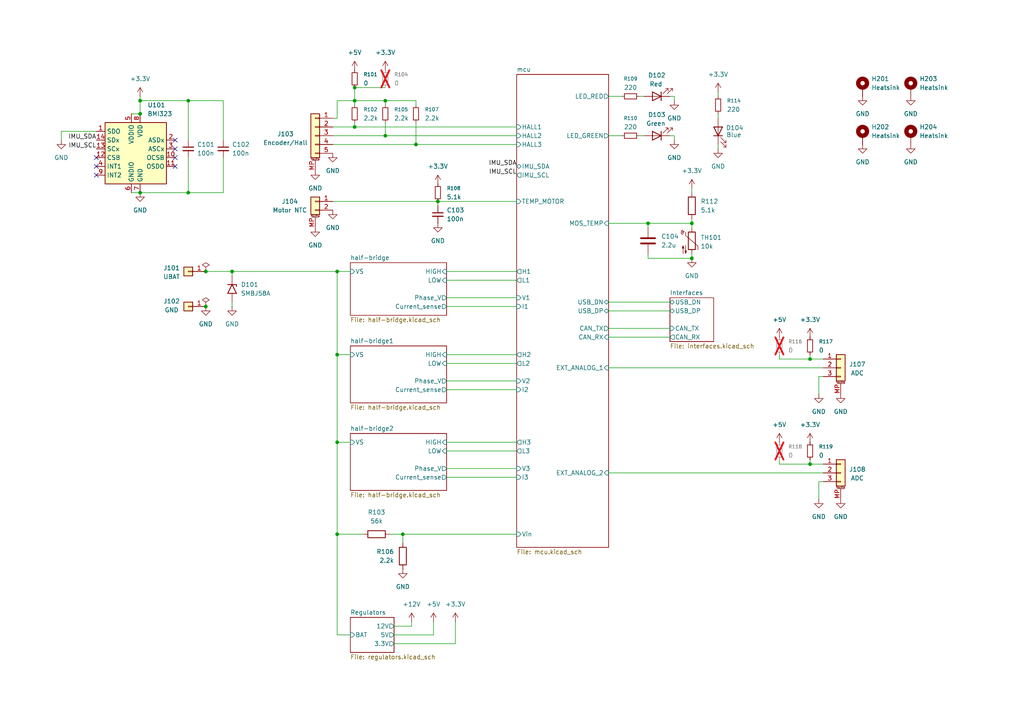
<source format=kicad_sch>
(kicad_sch (version 20250114) (generator "eeschema") (generator_version "9.0")
  (paper "A4")
  (title_block (title "GreenMobi Drive") (date "2025-09-09") (rev "1.0") (company "G-Pereira"))
  (lib_symbols
    (symbol "Connector_Generic:Conn_01x01" (pin_names (offset 1.016) (hide yes))
      (property "Reference" "J" (at 0 2.54 0))
      (property "Value" "Conn_01x01" (at 0 -2.54 0))
      (symbol "Conn_01x01_1_1"
        (rectangle (start -1.27 1.27) (end 1.27 -1.27) (stroke (width 0.254)) (fill (type background)))
        (rectangle (start -1.27 0.127) (end 0 -0.127) (stroke (width 0.1524)))
        (pin passive line (at -5.08 0 0) (length 3.81) (name "Pin_1") (number "1"))
      )
    )
    (symbol "Connector_Generic_MountingPin:Conn_01x02_MountingPin" (pin_names (offset 1.016) (hide yes))
      (property "Reference" "J" (at 0 2.54 0))
      (property "Value" "Conn_01x02_MountingPin" (at 1.27 -5.08 0))
      (symbol "Conn_01x02_MountingPin_1_1"
        (rectangle (start -1.27 1.27) (end 1.27 -3.81) (stroke (width 0.254)) (fill (type background)))
        (rectangle (start -1.27 0.127) (end 0 -0.127) (stroke (width 0.1524)))
        (rectangle (start -1.27 -2.413) (end 0 -2.667) (stroke (width 0.1524)))
        (polyline (pts (xy -1.016 -4.572) (xy 1.016 -4.572)) (stroke (width 0.1524)))
        (text "Mounting" (at 0 -4.191 0) (effects (font (size 0.381 0.381))))
        (pin passive line (at -5.08 0 0) (length 3.81) (name "Pin_1") (number "1"))
        (pin passive line (at -5.08 -2.54 0) (length 3.81) (name "Pin_2") (number "2"))
        (pin passive line (at 0 -7.62 90) (length 3.048) (name "MountPin") (number "MP"))
      )
    )
    (symbol "Connector_Generic_MountingPin:Conn_01x03_MountingPin" (pin_names (offset 1.016) (hide yes))
      (property "Reference" "J" (at 0 5.08 0))
      (property "Value" "Conn_01x03_MountingPin" (at 1.27 -5.08 0))
      (symbol "Conn_01x03_MountingPin_1_1"
        (rectangle (start -1.27 3.81) (end 1.27 -3.81) (stroke (width 0.254)) (fill (type background)))
        (rectangle (start -1.27 2.667) (end 0 2.413) (stroke (width 0.1524)))
        (rectangle (start -1.27 0.127) (end 0 -0.127) (stroke (width 0.1524)))
        (rectangle (start -1.27 -2.413) (end 0 -2.667) (stroke (width 0.1524)))
        (polyline (pts (xy -1.016 -4.572) (xy 1.016 -4.572)) (stroke (width 0.1524)))
        (text "Mounting" (at 0 -4.191 0) (effects (font (size 0.381 0.381))))
        (pin passive line (at -5.08 2.54 0) (length 3.81) (name "Pin_1") (number "1"))
        (pin passive line (at -5.08 0 0) (length 3.81) (name "Pin_2") (number "2"))
        (pin passive line (at -5.08 -2.54 0) (length 3.81) (name "Pin_3") (number "3"))
        (pin passive line (at 0 -7.62 90) (length 3.048) (name "MountPin") (number "MP"))
      )
    )
    (symbol "Connector_Generic_MountingPin:Conn_01x05_MountingPin" (pin_names (offset 1.016) (hide yes))
      (property "Reference" "J" (at 0 7.62 0))
      (property "Value" "Conn_01x05_MountingPin" (at 1.27 -7.62 0))
      (symbol "Conn_01x05_MountingPin_1_1"
        (rectangle (start -1.27 6.35) (end 1.27 -6.35) (stroke (width 0.254)) (fill (type background)))
        (rectangle (start -1.27 5.207) (end 0 4.953) (stroke (width 0.1524)))
        (rectangle (start -1.27 2.667) (end 0 2.413) (stroke (width 0.1524)))
        (rectangle (start -1.27 0.127) (end 0 -0.127) (stroke (width 0.1524)))
        (rectangle (start -1.27 -2.413) (end 0 -2.667) (stroke (width 0.1524)))
        (rectangle (start -1.27 -4.953) (end 0 -5.207) (stroke (width 0.1524)))
        (polyline (pts (xy -1.016 -7.112) (xy 1.016 -7.112)) (stroke (width 0.1524)))
        (text "Mounting" (at 0 -6.731 0) (effects (font (size 0.381 0.381))))
        (pin passive line (at -5.08 5.08 0) (length 3.81) (name "Pin_1") (number "1"))
        (pin passive line (at -5.08 2.54 0) (length 3.81) (name "Pin_2") (number "2"))
        (pin passive line (at -5.08 0 0) (length 3.81) (name "Pin_3") (number "3"))
        (pin passive line (at -5.08 -2.54 0) (length 3.81) (name "Pin_4") (number "4"))
        (pin passive line (at -5.08 -5.08 0) (length 3.81) (name "Pin_5") (number "5"))
        (pin passive line (at 0 -10.16 90) (length 3.048) (name "MountPin") (number "MP"))
      )
    )
    (symbol "Device:C" (pin_numbers (hide yes)) (pin_names (offset 0.254))
      (property "Reference" "C" (at 0.635 2.54 0))
      (property "Value" "C" (at 0.635 -2.54 0))
      (symbol "C_0_1"
        (polyline (pts (xy -2.032 0.762) (xy 2.032 0.762)) (stroke (width 0.508)))
        (polyline (pts (xy -2.032 -0.762) (xy 2.032 -0.762)) (stroke (width 0.508)))
      )
      (symbol "C_1_1"
        (pin passive line (at 0 3.81 270) (length 2.794) (name "~") (number "1"))
        (pin passive line (at 0 -3.81 90) (length 2.794) (name "~") (number "2"))
      )
    )
    (symbol "Device:C_Small" (pin_numbers (hide yes)) (pin_names (offset 0.254) (hide yes))
      (property "Reference" "C" (at 0.254 1.778 0))
      (property "Value" "C_Small" (at 0.254 -2.032 0))
      (symbol "C_Small_0_1"
        (polyline (pts (xy -1.524 0.508) (xy 1.524 0.508)) (stroke (width 0.3048)))
        (polyline (pts (xy -1.524 -0.508) (xy 1.524 -0.508)) (stroke (width 0.3302)))
      )
      (symbol "C_Small_1_1"
        (pin passive line (at 0 2.54 270) (length 2.032) (name "~") (number "1"))
        (pin passive line (at 0 -2.54 90) (length 2.032) (name "~") (number "2"))
      )
    )
    (symbol "Device:LED" (pin_numbers (hide yes)) (pin_names (offset 1.016) (hide yes))
      (property "Reference" "D" (at 0 2.54 0))
      (property "Value" "LED" (at 0 -2.54 0))
      (symbol "LED_0_1"
        (polyline (pts (xy -3.048 -0.762) (xy -4.572 -2.286) (xy -3.81 -2.286) (xy -4.572 -2.286) (xy -4.572 -1.524)))
        (polyline (pts (xy -1.778 -0.762) (xy -3.302 -2.286) (xy -2.54 -2.286) (xy -3.302 -2.286) (xy -3.302 -1.524)))
        (polyline (pts (xy -1.27 0) (xy 1.27 0)))
        (polyline (pts (xy -1.27 -1.27) (xy -1.27 1.27)) (stroke (width 0.254)))
        (polyline (pts (xy 1.27 -1.27) (xy 1.27 1.27) (xy -1.27 0) (xy 1.27 -1.27)) (stroke (width 0.254)))
      )
      (symbol "LED_1_1"
        (pin passive line (at -3.81 0 0) (length 2.54) (name "K") (number "1"))
        (pin passive line (at 3.81 0 180) (length 2.54) (name "A") (number "2"))
      )
    )
    (symbol "Device:R" (pin_numbers (hide yes)) (pin_names (offset 0))
      (property "Reference" "R" (at 2.032 0 90))
      (property "Value" "R" (at 0 0 90))
      (symbol "R_0_1"
        (rectangle (start -1.016 -2.54) (end 1.016 2.54) (stroke (width 0.254)))
      )
      (symbol "R_1_1"
        (pin passive line (at 0 3.81 270) (length 1.27) (name "~") (number "1"))
        (pin passive line (at 0 -3.81 90) (length 1.27) (name "~") (number "2"))
      )
    )
    (symbol "Device:R_Small" (pin_numbers (hide yes)) (pin_names (offset 0.254) (hide yes))
      (property "Reference" "R" (at 0 0 90))
      (property "Value" "R_Small" (at 1.778 0 90))
      (symbol "R_Small_0_1"
        (rectangle (start -0.762 1.778) (end 0.762 -1.778) (stroke (width 0.2032)))
      )
      (symbol "R_Small_1_1"
        (pin passive line (at 0 2.54 270) (length 0.762) (name "~") (number "1"))
        (pin passive line (at 0 -2.54 90) (length 0.762) (name "~") (number "2"))
      )
    )
    (symbol "Device:Thermistor_NTC" (pin_numbers (hide yes)) (pin_names (offset 0))
      (property "Reference" "TH" (at -4.445 0 90))
      (property "Value" "Thermistor_NTC" (at 3.175 0 90))
      (symbol "Thermistor_NTC_0_1"
        (arc (start -3.175 2.413) (mid -3.0506 2.3165) (end -3.048 2.159))
        (arc (start -3.048 2.794) (mid -2.9736 2.9736) (end -2.794 3.048))
        (arc (start -2.794 3.048) (mid -2.6144 2.9736) (end -2.54 2.794))
        (arc (start -2.794 2.54) (mid -2.9736 2.6144) (end -3.048 2.794))
        (arc (start -2.794 1.905) (mid -2.9736 1.9794) (end -3.048 2.159))
        (arc (start -2.54 2.159) (mid -2.6144 1.9794) (end -2.794 1.905))
        (arc (start -2.159 2.794) (mid -2.434 2.5608) (end -2.794 2.54))
        (polyline (pts (xy -2.54 2.159) (xy -2.54 2.794)))
        (polyline (pts (xy -2.54 -3.683) (xy -2.54 -1.397) (xy -2.794 -2.159) (xy -2.286 -2.159) (xy -2.54 -1.397) (xy -2.54 -1.651)) (fill (type outline)))
        (polyline (pts (xy -1.778 2.54) (xy -1.778 1.524) (xy 1.778 -1.524) (xy 1.778 -2.54)))
        (polyline (pts (xy -1.778 -1.397) (xy -1.778 -3.683) (xy -2.032 -2.921) (xy -1.524 -2.921) (xy -1.778 -3.683) (xy -1.778 -3.429)) (fill (type outline)))
        (rectangle (start -1.016 2.54) (end 1.016 -2.54) (stroke (width 0.254)))
      )
      (symbol "Thermistor_NTC_1_1"
        (pin passive line (at 0 3.81 270) (length 1.27) (name "~") (number "1"))
        (pin passive line (at 0 -3.81 90) (length 1.27) (name "~") (number "2"))
      )
    )
    (symbol "Diode:SM6T56A" (pin_numbers (hide yes)) (pin_names (offset 1.016) (hide yes))
      (property "Reference" "D" (at 0 2.54 0))
      (property "Value" "SM6T56A" (at 0 -2.54 0))
      (symbol "SM6T56A_0_1"
        (polyline (pts (xy -0.762 1.27) (xy -1.27 1.27) (xy -1.27 -1.27)) (stroke (width 0.254)))
        (polyline (pts (xy 1.27 1.27) (xy 1.27 -1.27) (xy -1.27 0) (xy 1.27 1.27)) (stroke (width 0.254)))
      )
      (symbol "SM6T56A_1_1"
        (pin passive line (at -3.81 0 0) (length 2.54) (name "A1") (number "1"))
        (pin passive line (at 3.81 0 180) (length 2.54) (name "A2") (number "2"))
      )
    )
    (symbol "Mechanical:MountingHole_Pad" (pin_numbers (hide yes)) (pin_names (offset 1.016) (hide yes)) (in_bom no)
      (property "Reference" "H" (at 0 6.35 0))
      (property "Value" "MountingHole_Pad" (at 0 4.445 0))
      (symbol "MountingHole_Pad_0_1"
        (circle (center 0 1.27) (radius 1.27) (stroke (width 1.27)))
      )
      (symbol "MountingHole_Pad_1_1"
        (pin input line (at 0 -2.54 90) (length 2.54) (name "1") (number "1"))
      )
    )
    (symbol "Sensor_Motion:BMI160"
      (property "Reference" "U" (at -10.16 8.89 0))
      (property "Value" "BMI160" (at 7.62 8.89 0))
      (symbol "BMI160_1_1"
        (rectangle (start -10.16 7.62) (end 7.62 -10.16) (stroke (width 0.254)) (fill (type background)))
        (pin bidirectional line (at -12.7 5.08 0) (length 2.54) (name "SDO") (number "1"))
        (pin bidirectional line (at -12.7 2.54 0) (length 2.54) (name "SDx") (number "14"))
        (pin input line (at -12.7 0 0) (length 2.54) (name "SCx") (number "13"))
        (pin input line (at -12.7 -2.54 0) (length 2.54) (name "CSB") (number "12"))
        (pin bidirectional line (at -12.7 -5.08 0) (length 2.54) (name "INT1") (number "4"))
        (pin bidirectional line (at -12.7 -7.62 0) (length 2.54) (name "INT2") (number "9"))
        (pin power_in line (at -2.54 10.16 270) (length 2.54) (name "VDDIO") (number "5"))
        (pin power_in line (at -2.54 -12.7 90) (length 2.54) (name "GNDIO") (number "6"))
        (pin power_in line (at 0 10.16 270) (length 2.54) (name "VDD") (number "8"))
        (pin power_in line (at 0 -12.7 90) (length 2.54) (name "GND") (number "7"))
        (pin bidirectional line (at 10.16 2.54 180) (length 2.54) (name "ASDx") (number "2"))
        (pin output line (at 10.16 0 180) (length 2.54) (name "ASCx") (number "3"))
        (pin bidirectional line (at 10.16 -2.54 180) (length 2.54) (name "OCSB") (number "10"))
        (pin bidirectional line (at 10.16 -5.08 180) (length 2.54) (name "OSDO") (number "11"))
      )
    )
    (symbol "power:+12V" (power) (pin_numbers (hide yes)) (pin_names (offset 0) (hide yes))
      (property "Value" "+12V" (at 0 3.556 0))
      (symbol "+12V_0_1"
        (polyline (pts (xy -0.762 1.27) (xy 0 2.54)))
        (polyline (pts (xy 0 2.54) (xy 0.762 1.27)))
        (polyline (pts (xy 0 0) (xy 0 2.54)))
      )
      (symbol "+12V_1_1"
        (pin power_in line (at 0 0 90) (length 0) (name "~") (number "1"))
      )
    )
    (symbol "power:+3.3V" (power) (pin_numbers (hide yes)) (pin_names (offset 0) (hide yes))
      (property "Value" "+3.3V" (at 0 3.556 0))
      (symbol "+3.3V_0_1"
        (polyline (pts (xy -0.762 1.27) (xy 0 2.54)))
        (polyline (pts (xy 0 2.54) (xy 0.762 1.27)))
        (polyline (pts (xy 0 0) (xy 0 2.54)))
      )
      (symbol "+3.3V_1_1"
        (pin power_in line (at 0 0 90) (length 0) (name "~") (number "1"))
      )
    )
    (symbol "power:+5V" (power) (pin_numbers (hide yes)) (pin_names (offset 0) (hide yes))
      (property "Value" "+5V" (at 0 3.556 0))
      (symbol "+5V_0_1"
        (polyline (pts (xy -0.762 1.27) (xy 0 2.54)))
        (polyline (pts (xy 0 2.54) (xy 0.762 1.27)))
        (polyline (pts (xy 0 0) (xy 0 2.54)))
      )
      (symbol "+5V_1_1"
        (pin power_in line (at 0 0 90) (length 0) (name "~") (number "1"))
      )
    )
    (symbol "power:GND" (power) (pin_numbers (hide yes)) (pin_names (offset 0) (hide yes))
      (property "Value" "GND" (at 0 -3.81 0))
      (symbol "GND_0_1"
        (polyline (pts (xy 0 0) (xy 0 -1.27) (xy 1.27 -1.27) (xy 0 -2.54) (xy -1.27 -1.27) (xy 0 -1.27)))
      )
      (symbol "GND_1_1"
        (pin power_in line (at 0 0 270) (length 0) (name "~") (number "1"))
      )
    )
    (symbol "power:PWR_FLAG" (power) (pin_numbers (hide yes)) (pin_names (offset 0) (hide yes))
      (property "Value" "PWR_FLAG" (at 0 3.81 0))
      (symbol "PWR_FLAG_0_0"
        (pin power_out line (at 0 0 90) (length 0) (name "~") (number "1"))
      )
      (symbol "PWR_FLAG_0_1"
        (polyline (pts (xy 0 0) (xy 0 1.27) (xy -1.016 1.905) (xy 0 2.54) (xy 1.016 1.905) (xy 0 1.27)))
      )
    )
  )
  (junction (at 54.61 29.21))
  (junction (at 54.61 55.88))
  (junction (at 102.87 29.21))
  (junction (at 111.76 39.37))
  (junction (at 200.66 74.93))
  (junction (at 234.95 104.14))
  (junction (at 102.87 25.4))
  (junction (at 67.31 78.74))
  (junction (at 97.79 154.94))
  (junction (at 200.66 64.77))
  (junction (at 59.69 88.9))
  (junction (at 97.79 78.74))
  (junction (at 187.96 64.77))
  (junction (at 59.69 78.74))
  (junction (at 97.79 102.87))
  (junction (at 116.84 154.94))
  (junction (at 102.87 36.83))
  (junction (at 234.95 134.62))
  (junction (at 40.64 33.02))
  (junction (at 127 58.42))
  (junction (at 40.64 55.88))
  (junction (at 111.76 29.21))
  (junction (at 40.64 29.21))
  (junction (at 120.65 41.91))
  (junction (at 97.79 128.27))
  (no_connect (at 27.94 50.8))
  (no_connect (at 50.8 45.72))
  (no_connect (at 50.8 48.26))
  (no_connect (at 27.94 45.72))
  (no_connect (at 50.8 40.64))
  (no_connect (at 27.94 48.26))
  (no_connect (at 50.8 43.18))
  (wire (pts (xy 64.77 55.88) (xy 54.61 55.88)))
  (wire (pts (xy 120.65 30.48) (xy 120.65 29.21)))
  (wire (pts (xy 234.95 134.62) (xy 234.95 133.35)))
  (wire (pts (xy 187.96 74.93) (xy 200.66 74.93)))
  (wire (pts (xy 97.79 102.87) (xy 97.79 128.27)))
  (wire (pts (xy 120.65 35.56) (xy 120.65 41.91)))
  (wire (pts (xy 102.87 25.4) (xy 102.87 29.21)))
  (wire (pts (xy 97.79 102.87) (xy 101.6 102.87)))
  (wire (pts (xy 176.53 87.63) (xy 194.31 87.63)))
  (wire (pts (xy 226.06 104.14) (xy 226.06 102.87)))
  (wire (pts (xy 102.87 29.21) (xy 111.76 29.21)))
  (wire (pts (xy 129.54 128.27) (xy 149.86 128.27)))
  (wire (pts (xy 129.54 88.9) (xy 149.86 88.9)))
  (wire (pts (xy 129.54 81.28) (xy 149.86 81.28)))
  (wire (pts (xy 64.77 29.21) (xy 54.61 29.21)))
  (wire (pts (xy 114.3 186.69) (xy 132.08 186.69)))
  (wire (pts (xy 195.58 29.21) (xy 195.58 27.94)))
  (wire (pts (xy 129.54 135.89) (xy 149.86 135.89)))
  (wire (pts (xy 96.52 58.42) (xy 127 58.42)))
  (wire (pts (xy 125.73 180.34) (xy 125.73 184.15)))
  (wire (pts (xy 54.61 29.21) (xy 54.61 40.64)))
  (wire (pts (xy 116.84 154.94) (xy 113.03 154.94)))
  (wire (pts (xy 200.66 64.77) (xy 200.66 66.04)))
  (wire (pts (xy 237.49 114.3) (xy 237.49 109.22)))
  (wire (pts (xy 59.69 78.74) (xy 67.31 78.74)))
  (wire (pts (xy 176.53 27.94) (xy 180.34 27.94)))
  (wire (pts (xy 176.53 137.16) (xy 238.76 137.16)))
  (wire (pts (xy 97.79 29.21) (xy 102.87 29.21)))
  (wire (pts (xy 226.06 104.14) (xy 234.95 104.14)))
  (wire (pts (xy 54.61 55.88) (xy 40.64 55.88)))
  (wire (pts (xy 195.58 40.64) (xy 195.58 39.37)))
  (wire (pts (xy 185.42 27.94) (xy 186.69 27.94)))
  (wire (pts (xy 234.95 104.14) (xy 234.95 102.87)))
  (wire (pts (xy 208.28 41.91) (xy 208.28 43.18)))
  (wire (pts (xy 195.58 27.94) (xy 194.31 27.94)))
  (wire (pts (xy 64.77 40.64) (xy 64.77 29.21)))
  (wire (pts (xy 237.49 109.22) (xy 238.76 109.22)))
  (wire (pts (xy 125.73 184.15) (xy 114.3 184.15)))
  (wire (pts (xy 129.54 110.49) (xy 149.86 110.49)))
  (wire (pts (xy 238.76 104.14) (xy 234.95 104.14)))
  (wire (pts (xy 195.58 39.37) (xy 194.31 39.37)))
  (wire (pts (xy 208.28 33.02) (xy 208.28 34.29)))
  (wire (pts (xy 102.87 36.83) (xy 149.86 36.83)))
  (wire (pts (xy 120.65 41.91) (xy 149.86 41.91)))
  (wire (pts (xy 226.06 134.62) (xy 234.95 134.62)))
  (wire (pts (xy 17.78 38.1) (xy 27.94 38.1)))
  (wire (pts (xy 129.54 138.43) (xy 149.86 138.43)))
  (wire (pts (xy 114.3 181.61) (xy 119.38 181.61)))
  (wire (pts (xy 97.79 29.21) (xy 97.79 34.29)))
  (wire (pts (xy 127 59.69) (xy 127 58.42)))
  (wire (pts (xy 67.31 87.63) (xy 67.31 88.9)))
  (wire (pts (xy 96.52 41.91) (xy 120.65 41.91)))
  (wire (pts (xy 200.66 73.66) (xy 200.66 74.93)))
  (wire (pts (xy 238.76 134.62) (xy 234.95 134.62)))
  (wire (pts (xy 237.49 139.7) (xy 238.76 139.7)))
  (wire (pts (xy 111.76 29.21) (xy 111.76 30.48)))
  (wire (pts (xy 40.64 27.94) (xy 40.64 29.21)))
  (wire (pts (xy 54.61 29.21) (xy 40.64 29.21)))
  (wire (pts (xy 176.53 39.37) (xy 180.34 39.37)))
  (wire (pts (xy 116.84 154.94) (xy 149.86 154.94)))
  (wire (pts (xy 226.06 134.62) (xy 226.06 133.35)))
  (wire (pts (xy 111.76 35.56) (xy 111.76 39.37)))
  (wire (pts (xy 237.49 144.78) (xy 237.49 139.7)))
  (wire (pts (xy 129.54 102.87) (xy 149.86 102.87)))
  (wire (pts (xy 187.96 73.66) (xy 187.96 74.93)))
  (wire (pts (xy 67.31 78.74) (xy 67.31 80.01)))
  (wire (pts (xy 129.54 130.81) (xy 149.86 130.81)))
  (wire (pts (xy 129.54 78.74) (xy 149.86 78.74)))
  (wire (pts (xy 127 58.42) (xy 149.86 58.42)))
  (wire (pts (xy 38.1 33.02) (xy 40.64 33.02)))
  (wire (pts (xy 176.53 97.79) (xy 194.31 97.79)))
  (wire (pts (xy 176.53 64.77) (xy 187.96 64.77)))
  (wire (pts (xy 200.66 63.5) (xy 200.66 64.77)))
  (wire (pts (xy 116.84 157.48) (xy 116.84 154.94)))
  (wire (pts (xy 97.79 128.27) (xy 97.79 154.94)))
  (wire (pts (xy 96.52 36.83) (xy 102.87 36.83)))
  (wire (pts (xy 102.87 29.21) (xy 102.87 30.48)))
  (wire (pts (xy 54.61 45.72) (xy 54.61 55.88)))
  (wire (pts (xy 96.52 39.37) (xy 111.76 39.37)))
  (wire (pts (xy 194.31 95.25) (xy 176.53 95.25)))
  (wire (pts (xy 97.79 34.29) (xy 96.52 34.29)))
  (wire (pts (xy 187.96 64.77) (xy 200.66 64.77)))
  (wire (pts (xy 102.87 25.4) (xy 111.76 25.4)))
  (wire (pts (xy 129.54 113.03) (xy 149.86 113.03)))
  (wire (pts (xy 200.66 54.61) (xy 200.66 55.88)))
  (wire (pts (xy 132.08 186.69) (xy 132.08 180.34)))
  (wire (pts (xy 119.38 181.61) (xy 119.38 180.34)))
  (wire (pts (xy 38.1 55.88) (xy 40.64 55.88)))
  (wire (pts (xy 97.79 78.74) (xy 97.79 102.87)))
  (wire (pts (xy 120.65 29.21) (xy 111.76 29.21)))
  (wire (pts (xy 102.87 35.56) (xy 102.87 36.83)))
  (wire (pts (xy 176.53 106.68) (xy 238.76 106.68)))
  (wire (pts (xy 67.31 78.74) (xy 97.79 78.74)))
  (wire (pts (xy 129.54 105.41) (xy 149.86 105.41)))
  (wire (pts (xy 111.76 39.37) (xy 149.86 39.37)))
  (wire (pts (xy 185.42 39.37) (xy 186.69 39.37)))
  (wire (pts (xy 97.79 154.94) (xy 97.79 184.15)))
  (wire (pts (xy 97.79 154.94) (xy 105.41 154.94)))
  (wire (pts (xy 208.28 26.67) (xy 208.28 27.94)))
  (wire (pts (xy 40.64 29.21) (xy 40.64 33.02)))
  (wire (pts (xy 97.79 78.74) (xy 101.6 78.74)))
  (wire (pts (xy 97.79 128.27) (xy 101.6 128.27)))
  (wire (pts (xy 176.53 90.17) (xy 194.31 90.17)))
  (wire (pts (xy 187.96 66.04) (xy 187.96 64.77)))
  (wire (pts (xy 17.78 38.1) (xy 17.78 40.64)))
  (wire (pts (xy 64.77 45.72) (xy 64.77 55.88)))
  (wire (pts (xy 129.54 86.36) (xy 149.86 86.36)))
  (wire (pts (xy 97.79 184.15) (xy 101.6 184.15)))
  (label "IMU_SDA" (at 27.94 40.64 180))
  (label "IMU_SCL" (at 149.86 50.8 180))
  (label "IMU_SDA" (at 149.86 48.26 180))
  (label "IMU_SCL" (at 27.94 43.18 180))
  (symbol (lib_id "power:+3.3V") (at 234.95 97.79 0) (unit 1)
    (property "Reference" "#PWR0141" (effects (hide yes)))
    (property "Value" "+3.3V" (at 234.95 92.71 0))
    (property "Description" "Power symbol creates a global label with name \"+3.3V\"" (effects (hide yes)))
  )
  (symbol (lib_id "Device:Thermistor_NTC") (at 200.66 69.85 0) (unit 1)
    (property "Reference" "TH101" (at 203.2 68.8974 0) (effects (justify left)))
    (property "Value" "10k" (at 203.2 71.4374 0) (effects (justify left)))
    (property "Footprint" "Resistor_SMD:R_0402_1005Metric" (effects (hide yes)))
    (property "Description" "Temperature dependent resistor, negative temperature coefficient" (effects (hide yes)))
    (property "LCSC" "C77131" (effects (hide yes)))
  )
  (symbol (lib_id "Device:R_Small") (at 208.28 30.48 0) (unit 1)
    (property "Reference" "R114" (at 210.82 29.2099 0) (effects (font (size 1.016 1.016)) (justify left)))
    (property "Value" "220" (at 210.82 31.7499 0) (effects (justify left)))
    (property "Footprint" "Resistor_SMD:R_0402_1005Metric" (effects (hide yes)))
    (property "Description" "Resistor, small symbol" (effects (hide yes)))
    (property "LCSC" "C2909336" (effects (hide yes)))
  )
  (symbol (lib_id "power:GND") (at 208.28 43.18 0) (unit 1)
    (property "Reference" "#PWR0127" (effects (hide yes)))
    (property "Value" "GND" (at 208.28 48.26 0))
    (property "Description" "Power symbol creates a global label with name \"GND\" , ground" (effects (hide yes)))
  )
  (symbol (lib_id "power:+5V") (at 102.87 20.32 0) (unit 1)
    (property "Reference" "#PWR0110" (effects (hide yes)))
    (property "Value" "+5V" (at 102.87 15.24 0))
    (property "Description" "Power symbol creates a global label with name \"+5V\"" (effects (hide yes)))
  )
  (symbol (lib_id "power:GND") (at 195.58 29.21 0) (unit 1)
    (property "Reference" "#PWR0118" (effects (hide yes)))
    (property "Value" "GND" (at 195.58 34.29 0))
    (property "Description" "Power symbol creates a global label with name \"GND\" , ground" (effects (hide yes)))
  )
  (symbol (lib_id "Device:R_Small") (at 120.65 33.02 0) (unit 1)
    (property "Reference" "R107" (at 123.19 31.7499 0) (effects (font (size 1.016 1.016)) (justify left)))
    (property "Value" "2.2k" (at 123.19 34.2899 0) (effects (justify left)))
    (property "Footprint" "Resistor_SMD:R_0402_1005Metric" (effects (hide yes)))
    (property "Description" "Resistor, small symbol" (effects (hide yes)))
    (property "LCSC" "C114762" (effects (hide yes)))
  )
  (symbol (lib_id "Device:R_Small") (at 182.88 39.37 90) (unit 1)
    (property "Reference" "R110" (at 182.88 34.29 90) (effects (font (size 1.016 1.016))))
    (property "Value" "220" (at 182.88 36.83 90))
    (property "Footprint" "Resistor_SMD:R_0402_1005Metric" (effects (hide yes)))
    (property "Description" "Resistor, small symbol" (effects (hide yes)))
    (property "LCSC" "C2909336" (effects (hide yes)))
  )
  (symbol (lib_id "Device:LED") (at 190.5 39.37 180) (unit 1)
    (property "Reference" "D103" (at 190.5 33.274 0))
    (property "Value" "Green" (at 190.246 35.814 0))
    (property "Footprint" "LED_SMD:LED_0805_2012Metric" (effects (hide yes)))
    (property "Description" "Light emitting diode" (effects (hide yes)))
    (property "LCSC" "C688883" (effects (hide yes)))
  )
  (symbol (lib_id "power:PWR_FLAG") (at 59.69 78.74 0) (unit 1)
    (property "Reference" "#FLG0102" (effects (hide yes)))
    (property "Value" "PWR_FLAG" (effects (hide yes)))
    (property "Description" "Special symbol for telling ERC where power comes from" (effects (hide yes)))
  )
  (symbol (lib_id "Device:C_Small") (at 127 62.23 0) (unit 1)
    (property "Reference" "C103" (at 129.54 60.9662 0) (effects (justify left)))
    (property "Value" "100n" (at 129.54 63.5062 0) (effects (justify left)))
    (property "Footprint" "Capacitor_SMD:C_0402_1005Metric" (effects (hide yes)))
    (property "Description" "Unpolarized capacitor, small symbol" (effects (hide yes)))
    (property "LCSC" "C77020" (effects (hide yes)))
  )
  (symbol (lib_id "Sensor_Motion:BMI160") (at 40.64 43.18 0) (unit 1)
    (property "Reference" "U101" (at 42.7833 30.48 0) (effects (justify left)))
    (property "Value" "BMI323" (at 42.7833 33.02 0) (effects (justify left)))
    (property "Footprint" "Package_LGA:Bosch_LGA-14_3x2.5mm_P0.5mm" (effects (hide yes)))
    (property "Datasheet" "https://www.bosch-sensortec.com/media/boschsensortec/downloads/datasheets/bst-bmi160-ds000.pdf" (effects (hide yes)))
    (property "Description" "Small, low power inertial measurement unit, LGA-14" (effects (hide yes)))
    (property "LCSC" "C5368700" (effects (hide yes)))
  )
  (symbol (lib_id "Device:R_Small") (at 111.76 33.02 0) (unit 1)
    (property "Reference" "R105" (at 114.3 31.7499 0) (effects (font (size 1.016 1.016)) (justify left)))
    (property "Value" "2.2k" (at 114.3 34.2899 0) (effects (justify left)))
    (property "Footprint" "Resistor_SMD:R_0402_1005Metric" (effects (hide yes)))
    (property "Description" "Resistor, small symbol" (effects (hide yes)))
    (property "LCSC" "C114762" (effects (hide yes)))
  )
  (symbol (lib_id "Connector_Generic_MountingPin:Conn_01x03_MountingPin") (at 243.84 137.16 0) (unit 1)
    (property "Reference" "J108" (at 248.666 136.144 0))
    (property "Value" "ADC" (at 248.666 138.684 0))
    (property "Footprint" "Connector_JST:JST_GH_SM03B-GHS-TB_1x03-1MP_P1.25mm_Horizontal" (effects (hide yes)))
    (property "Description" "Generic connectable mounting pin connector, single row, 01x03, script generated (kicad-library-utils/schlib/autogen/connector/)" (effects (hide yes)))
    (property "LCSC" "C17700383" (effects (hide yes)))
  )
  (symbol (lib_id "power:GND") (at 237.49 114.3 0) (unit 1)
    (property "Reference" "#PWR0139" (effects (hide yes)))
    (property "Value" "GND" (at 237.49 119.38 0))
    (property "Description" "Power symbol creates a global label with name \"GND\" , ground" (effects (hide yes)))
  )
  (symbol (lib_id "Device:C") (at 187.96 69.85 0) (unit 1)
    (property "Reference" "C104" (at 191.77 68.5799 0) (effects (justify left)))
    (property "Value" "2.2u" (at 191.77 71.1199 0) (effects (justify left)))
    (property "Footprint" "Capacitor_SMD:C_0402_1005Metric" (effects (hide yes)))
    (property "Description" "Unpolarized capacitor" (effects (hide yes)))
    (property "LCSC" "C170151" (effects (hide yes)))
  )
  (symbol (lib_id "power:+5V") (at 226.06 97.79 0) (unit 1)
    (property "Reference" "#PWR0140" (effects (hide yes)))
    (property "Value" "+5V" (at 226.06 92.71 0))
    (property "Description" "Power symbol creates a global label with name \"+5V\"" (effects (hide yes)))
  )
  (symbol (lib_id "power:GND") (at 17.78 40.64 0) (unit 1)
    (property "Reference" "#PWR0101" (effects (hide yes)))
    (property "Value" "GND" (at 17.78 45.72 0))
    (property "Description" "Power symbol creates a global label with name \"GND\" , ground" (effects (hide yes)))
  )
  (symbol (lib_id "power:GND") (at 40.64 55.88 0) (unit 1)
    (property "Reference" "#PWR0103" (effects (hide yes)))
    (property "Value" "GND" (at 40.64 60.96 0))
    (property "Description" "Power symbol creates a global label with name \"GND\" , ground" (effects (hide yes)))
  )
  (symbol (lib_id "Device:R_Small") (at 182.88 27.94 90) (unit 1)
    (property "Reference" "R109" (at 182.88 22.86 90) (effects (font (size 1.016 1.016))))
    (property "Value" "220" (at 182.88 25.4 90))
    (property "Footprint" "Resistor_SMD:R_0402_1005Metric" (effects (hide yes)))
    (property "Description" "Resistor, small symbol" (effects (hide yes)))
    (property "LCSC" "C2909336" (effects (hide yes)))
  )
  (symbol (lib_id "Connector_Generic:Conn_01x01") (at 54.61 88.9 180) (unit 1)
    (property "Reference" "J102" (at 49.784 87.376 0))
    (property "Value" "GND" (at 49.784 89.916 0))
    (property "Footprint" "MountingHole:MountingHole_3.2mm_M3_ISO14580_Pad_TopBottom" (effects (hide yes)))
    (property "Description" "Generic connector, single row, 01x01, script generated (kicad-library-utils/schlib/autogen/connector/)" (effects (hide yes)))
  )
  (symbol (lib_id "Mechanical:MountingHole_Pad") (at 250.19 25.4 0) (unit 1) (in_bom no)
    (property "Reference" "H201" (at 252.73 22.8599 0) (effects (justify left)))
    (property "Value" "Heatsink" (at 252.73 25.3999 0) (effects (justify left)))
    (property "Footprint" "MountingHole:MountingHole_3.2mm_M3_Pad" (effects (hide yes)))
    (property "Description" "Mounting Hole with connection" (effects (hide yes)))
  )
  (symbol (lib_id "Device:R_Small") (at 234.95 100.33 0) (unit 1)
    (property "Reference" "R117" (at 237.49 99.0599 0) (effects (font (size 1.016 1.016)) (justify left)))
    (property "Value" "0" (at 237.49 101.5999 0) (effects (justify left)))
    (property "Footprint" "Resistor_SMD:R_0402_1005Metric" (effects (hide yes)))
    (property "Description" "Resistor, small symbol" (effects (hide yes)))
    (property "LCSC" "C106231" (effects (hide yes)))
  )
  (symbol (lib_id "Mechanical:MountingHole_Pad") (at 250.19 39.37 0) (unit 1) (in_bom no)
    (property "Reference" "H202" (at 252.73 36.8299 0) (effects (justify left)))
    (property "Value" "Heatsink" (at 252.73 39.3699 0) (effects (justify left)))
    (property "Footprint" "MountingHole:MountingHole_3.2mm_M3_Pad" (effects (hide yes)))
    (property "Description" "Mounting Hole with connection" (effects (hide yes)))
  )
  (symbol (lib_id "Device:R_Small") (at 102.87 22.86 0) (unit 1)
    (property "Reference" "R101" (at 105.41 21.5899 0) (effects (font (size 1.016 1.016)) (justify left)))
    (property "Value" "0" (at 105.41 24.1299 0) (effects (justify left)))
    (property "Footprint" "Resistor_SMD:R_0402_1005Metric" (effects (hide yes)))
    (property "Description" "Resistor, small symbol" (effects (hide yes)))
    (property "LCSC" "C106231" (effects (hide yes)))
  )
  (symbol (lib_id "power:+3.3V") (at 132.08 180.34 0) (unit 1)
    (property "Reference" "#PWR0117" (effects (hide yes)))
    (property "Value" "+3.3V" (at 132.08 175.26 0))
    (property "Description" "Power symbol creates a global label with name \"+3.3V\"" (effects (hide yes)))
  )
  (symbol (lib_id "power:+5V") (at 125.73 180.34 0) (unit 1)
    (property "Reference" "#PWR0114" (effects (hide yes)))
    (property "Value" "+5V" (at 125.73 175.26 0))
    (property "Description" "Power symbol creates a global label with name \"+5V\"" (effects (hide yes)))
  )
  (symbol (lib_id "power:GND") (at 250.19 27.94 0) (unit 1)
    (property "Reference" "#PWR0220" (effects (hide yes)))
    (property "Value" "GND" (at 250.19 33.02 0))
    (property "Description" "Power symbol creates a global label with name \"GND\" , ground" (effects (hide yes)))
  )
  (symbol (lib_id "power:GND") (at 195.58 40.64 0) (unit 1)
    (property "Reference" "#PWR0119" (effects (hide yes)))
    (property "Value" "GND" (at 195.58 45.72 0))
    (property "Description" "Power symbol creates a global label with name \"GND\" , ground" (effects (hide yes)))
  )
  (symbol (lib_id "Device:C_Small") (at 54.61 43.18 0) (unit 1)
    (property "Reference" "C101" (at 57.15 41.9162 0) (effects (justify left)))
    (property "Value" "100n" (at 57.15 44.4562 0) (effects (justify left)))
    (property "Footprint" "Capacitor_SMD:C_0402_1005Metric" (effects (hide yes)))
    (property "Description" "Unpolarized capacitor, small symbol" (effects (hide yes)))
    (property "LCSC" "C77020" (effects (hide yes)))
  )
  (symbol (lib_id "Connector_Generic:Conn_01x01") (at 54.61 78.74 180) (unit 1)
    (property "Reference" "J101" (at 49.784 77.724 0))
    (property "Value" "UBAT" (at 49.784 80.264 0))
    (property "Footprint" "MountingHole:MountingHole_3.2mm_M3_ISO14580_Pad_TopBottom" (effects (hide yes)))
    (property "Description" "Generic connector, single row, 01x01, script generated (kicad-library-utils/schlib/autogen/connector/)" (effects (hide yes)))
  )
  (symbol (lib_id "Device:R_Small") (at 226.06 100.33 0) (unit 1) (dnp yes)
    (property "Reference" "R116" (at 228.6 99.0599 0) (effects (font (size 1.016 1.016)) (justify left)))
    (property "Value" "0" (at 228.6 101.5999 0) (effects (justify left)))
    (property "Footprint" "Resistor_SMD:R_0402_1005Metric" (effects (hide yes)))
    (property "Description" "Resistor, small symbol" (effects (hide yes)))
    (property "LCSC" "C106231" (effects (hide yes)))
  )
  (symbol (lib_id "power:+5V") (at 226.06 128.27 0) (unit 1)
    (property "Reference" "#PWR0142" (effects (hide yes)))
    (property "Value" "+5V" (at 226.06 123.19 0))
    (property "Description" "Power symbol creates a global label with name \"+5V\"" (effects (hide yes)))
  )
  (symbol (lib_id "power:GND") (at 127 64.77 0) (unit 1)
    (property "Reference" "#PWR0116" (effects (hide yes)))
    (property "Value" "GND" (at 127 69.85 0))
    (property "Description" "Power symbol creates a global label with name \"GND\" , ground" (effects (hide yes)))
  )
  (symbol (lib_id "power:+12V") (at 119.38 180.34 0) (unit 1)
    (property "Reference" "#PWR0113" (effects (hide yes)))
    (property "Value" "+12V" (at 119.38 175.26 0))
    (property "Description" "Power symbol creates a global label with name \"+12V\"" (effects (hide yes)))
  )
  (symbol (lib_id "Connector_Generic_MountingPin:Conn_01x02_MountingPin") (at 91.44 58.42 0) (mirror y) (unit 1)
    (property "Reference" "J104" (at 84.074 58.42 0))
    (property "Value" "Motor NTC" (at 84.074 60.96 0))
    (property "Footprint" "Connector_JST:JST_GH_SM02B-GHS-TB_1x02-1MP_P1.25mm_Horizontal" (effects (hide yes)))
    (property "Description" "Generic connectable mounting pin connector, single row, 01x02, script generated (kicad-library-utils/schlib/autogen/connector/)" (effects (hide yes)))
    (property "LCSC" "C17700380" (effects (hide yes)))
  )
  (symbol (lib_id "power:GND") (at 264.16 27.94 0) (unit 1)
    (property "Reference" "#PWR0222" (effects (hide yes)))
    (property "Value" "GND" (at 264.16 33.02 0))
    (property "Description" "Power symbol creates a global label with name \"GND\" , ground" (effects (hide yes)))
  )
  (symbol (lib_id "power:GND") (at 243.84 144.78 0) (unit 1)
    (property "Reference" "#PWR0145" (effects (hide yes)))
    (property "Value" "GND" (at 243.84 149.86 0))
    (property "Description" "Power symbol creates a global label with name \"GND\" , ground" (effects (hide yes)))
  )
  (symbol (lib_id "power:+3.3V") (at 127 53.34 0) (unit 1)
    (property "Reference" "#PWR0115" (effects (hide yes)))
    (property "Value" "+3.3V" (at 127 48.26 0))
    (property "Description" "Power symbol creates a global label with name \"+3.3V\"" (effects (hide yes)))
  )
  (symbol (lib_id "power:+3.3V") (at 208.28 26.67 0) (unit 1)
    (property "Reference" "#PWR0126" (effects (hide yes)))
    (property "Value" "+3.3V" (at 208.28 21.59 0))
    (property "Description" "Power symbol creates a global label with name \"+3.3V\"" (effects (hide yes)))
  )
  (symbol (lib_id "power:GND") (at 91.44 66.04 0) (unit 1)
    (property "Reference" "#PWR0107" (effects (hide yes)))
    (property "Value" "GND" (at 91.44 71.12 0))
    (property "Description" "Power symbol creates a global label with name \"GND\" , ground" (effects (hide yes)))
  )
  (symbol (lib_id "power:+3.3V") (at 200.66 54.61 0) (unit 1)
    (property "Reference" "#PWR0121" (effects (hide yes)))
    (property "Value" "+3.3V" (at 200.66 49.53 0))
    (property "Description" "Power symbol creates a global label with name \"+3.3V\"" (effects (hide yes)))
  )
  (symbol (lib_id "power:GND") (at 237.49 144.78 0) (unit 1)
    (property "Reference" "#PWR0144" (effects (hide yes)))
    (property "Value" "GND" (at 237.49 149.86 0))
    (property "Description" "Power symbol creates a global label with name \"GND\" , ground" (effects (hide yes)))
  )
  (symbol (lib_id "Mechanical:MountingHole_Pad") (at 264.16 25.4 0) (unit 1) (in_bom no)
    (property "Reference" "H203" (at 266.7 22.8599 0) (effects (justify left)))
    (property "Value" "Heatsink" (at 266.7 25.3999 0) (effects (justify left)))
    (property "Footprint" "MountingHole:MountingHole_3.2mm_M3_Pad" (effects (hide yes)))
    (property "Description" "Mounting Hole with connection" (effects (hide yes)))
  )
  (symbol (lib_id "Device:R") (at 109.22 154.94 270) (mirror x) (unit 1)
    (property "Reference" "R103" (at 109.22 148.59 90))
    (property "Value" "56k" (at 109.22 151.13 90))
    (property "Footprint" "Resistor_SMD:R_0805_2012Metric" (effects (hide yes)))
    (property "Description" "Resistor" (effects (hide yes)))
    (property "LCSC" "C17756" (effects (hide yes)))
  )
  (symbol (lib_id "Device:R") (at 116.84 161.29 0) (mirror x) (unit 1)
    (property "Reference" "R106" (at 114.3 160.0199 0) (effects (justify right)))
    (property "Value" "2.2k" (at 114.3 162.5599 0) (effects (justify right)))
    (property "Footprint" "Resistor_SMD:R_0402_1005Metric" (effects (hide yes)))
    (property "Description" "Resistor" (effects (hide yes)))
    (property "LCSC" "C114762" (effects (hide yes)))
  )
  (symbol (lib_id "power:+3.3V") (at 40.64 27.94 0) (unit 1)
    (property "Reference" "#PWR0102" (effects (hide yes)))
    (property "Value" "+3.3V" (at 40.64 22.86 0))
    (property "Description" "Power symbol creates a global label with name \"+3.3V\"" (effects (hide yes)))
  )
  (symbol (lib_id "Device:C_Small") (at 64.77 43.18 0) (unit 1)
    (property "Reference" "C102" (at 67.31 41.9162 0) (effects (justify left)))
    (property "Value" "100n" (at 67.31 44.4562 0) (effects (justify left)))
    (property "Footprint" "Capacitor_SMD:C_0402_1005Metric" (effects (hide yes)))
    (property "Description" "Unpolarized capacitor, small symbol" (effects (hide yes)))
    (property "LCSC" "C77020" (effects (hide yes)))
  )
  (symbol (lib_id "power:GND") (at 91.44 49.53 0) (unit 1)
    (property "Reference" "#PWR0106" (effects (hide yes)))
    (property "Value" "GND" (at 91.44 54.61 0))
    (property "Description" "Power symbol creates a global label with name \"GND\" , ground" (effects (hide yes)))
  )
  (symbol (lib_id "power:GND") (at 116.84 165.1 0) (mirror y) (unit 1)
    (property "Reference" "#PWR0112" (effects (hide yes)))
    (property "Value" "GND" (at 116.84 170.18 0))
    (property "Description" "Power symbol creates a global label with name \"GND\" , ground" (effects (hide yes)))
  )
  (symbol (lib_id "Device:R_Small") (at 111.76 22.86 0) (unit 1) (dnp yes)
    (property "Reference" "R104" (at 114.3 21.5899 0) (effects (font (size 1.016 1.016)) (justify left)))
    (property "Value" "0" (at 114.3 24.1299 0) (effects (justify left)))
    (property "Footprint" "Resistor_SMD:R_0402_1005Metric" (effects (hide yes)))
    (property "Description" "Resistor, small symbol" (effects (hide yes)))
    (property "LCSC" "C106231" (effects (hide yes)))
  )
  (symbol (lib_id "Device:R_Small") (at 234.95 130.81 0) (unit 1)
    (property "Reference" "R119" (at 237.49 129.5399 0) (effects (font (size 1.016 1.016)) (justify left)))
    (property "Value" "0" (at 237.49 132.0799 0) (effects (justify left)))
    (property "Footprint" "Resistor_SMD:R_0402_1005Metric" (effects (hide yes)))
    (property "Description" "Resistor, small symbol" (effects (hide yes)))
    (property "LCSC" "C106231" (effects (hide yes)))
  )
  (symbol (lib_id "power:GND") (at 67.31 88.9 0) (unit 1)
    (property "Reference" "#PWR0105" (effects (hide yes)))
    (property "Value" "GND" (at 67.31 93.98 0))
    (property "Description" "Power symbol creates a global label with name \"GND\" , ground" (effects (hide yes)))
  )
  (symbol (lib_id "power:GND") (at 59.69 88.9 0) (unit 1)
    (property "Reference" "#PWR0104" (effects (hide yes)))
    (property "Value" "GND" (at 59.69 93.98 0))
    (property "Description" "Power symbol creates a global label with name \"GND\" , ground" (effects (hide yes)))
  )
  (symbol (lib_id "power:GND") (at 243.84 114.3 0) (unit 1)
    (property "Reference" "#PWR0138" (effects (hide yes)))
    (property "Value" "GND" (at 243.84 119.38 0))
    (property "Description" "Power symbol creates a global label with name \"GND\" , ground" (effects (hide yes)))
  )
  (symbol (lib_id "Device:R_Small") (at 127 55.88 0) (unit 1)
    (property "Reference" "R108" (at 129.54 54.6099 0) (effects (font (size 1.016 1.016)) (justify left)))
    (property "Value" "5.1k" (at 129.54 57.1499 0) (effects (justify left)))
    (property "Footprint" "Resistor_SMD:R_0402_1005Metric" (effects (hide yes)))
    (property "Description" "Resistor, small symbol" (effects (hide yes)))
    (property "LCSC" "C25905" (effects (hide yes)))
  )
  (symbol (lib_id "Diode:SM6T56A") (at 67.31 83.82 270) (unit 1)
    (property "Reference" "D101" (at 69.85 82.5499 90) (effects (justify left)))
    (property "Value" "SMBJ58A" (at 69.85 85.0899 90) (effects (justify left)))
    (property "Footprint" "Diode_SMD:D_SMB" (effects (hide yes)))
    (property "Datasheet" "https://www.st.com/resource/en/datasheet/sm6t.pdf" (effects (hide yes)))
    (property "Description" "600W unidirectional Transil Transient Voltage Suppressor, 56Vrwm, DO-214AA" (effects (hide yes)))
    (property "LCSC" "C151910" (effects (hide yes)))
  )
  (symbol (lib_id "Device:R_Small") (at 226.06 130.81 0) (unit 1) (dnp yes)
    (property "Reference" "R118" (at 228.6 129.5399 0) (effects (font (size 1.016 1.016)) (justify left)))
    (property "Value" "0" (at 228.6 132.0799 0) (effects (justify left)))
    (property "Footprint" "Resistor_SMD:R_0402_1005Metric" (effects (hide yes)))
    (property "Description" "Resistor, small symbol" (effects (hide yes)))
    (property "LCSC" "C106231" (effects (hide yes)))
  )
  (symbol (lib_id "power:GND") (at 250.19 41.91 0) (unit 1)
    (property "Reference" "#PWR0221" (effects (hide yes)))
    (property "Value" "GND" (at 250.19 46.99 0))
    (property "Description" "Power symbol creates a global label with name \"GND\" , ground" (effects (hide yes)))
  )
  (symbol (lib_id "Device:R") (at 200.66 59.69 0) (unit 1)
    (property "Reference" "R112" (at 203.2 58.4199 0) (effects (justify left)))
    (property "Value" "5.1k" (at 203.2 60.9599 0) (effects (justify left)))
    (property "Footprint" "Resistor_SMD:R_0402_1005Metric" (effects (hide yes)))
    (property "Description" "Resistor" (effects (hide yes)))
    (property "LCSC" "C25905" (effects (hide yes)))
  )
  (symbol (lib_id "Device:LED") (at 190.5 27.94 180) (unit 1)
    (property "Reference" "D102" (at 190.5 21.844 0))
    (property "Value" "Red" (at 190.246 24.384 0))
    (property "Footprint" "LED_SMD:LED_0805_2012Metric" (effects (hide yes)))
    (property "Description" "Light emitting diode" (effects (hide yes)))
    (property "LCSC" "C688884" (effects (hide yes)))
  )
  (symbol (lib_id "Connector_Generic_MountingPin:Conn_01x05_MountingPin") (at 91.44 39.37 0) (mirror y) (unit 1)
    (property "Reference" "J103" (at 82.804 38.862 0))
    (property "Value" "Encoder/Hall" (at 82.804 41.402 0))
    (property "Footprint" "Connector_JST:JST_GH_SM05B-GHS-TB_1x05-1MP_P1.25mm_Horizontal" (effects (hide yes)))
    (property "Description" "Generic connectable mounting pin connector, single row, 01x05, script generated (kicad-library-utils/schlib/autogen/connector/)" (effects (hide yes)))
    (property "LCSC" "C17700383" (effects (hide yes)))
  )
  (symbol (lib_id "power:PWR_FLAG") (at 59.69 88.9 0) (unit 1)
    (property "Reference" "#FLG0101" (effects (hide yes)))
    (property "Value" "PWR_FLAG" (effects (hide yes)))
    (property "Description" "Special symbol for telling ERC where power comes from" (effects (hide yes)))
  )
  (symbol (lib_id "power:GND") (at 96.52 44.45 0) (unit 1)
    (property "Reference" "#PWR0108" (effects (hide yes)))
    (property "Value" "GND" (at 96.52 49.53 0))
    (property "Description" "Power symbol creates a global label with name \"GND\" , ground" (effects (hide yes)))
  )
  (symbol (lib_id "Device:LED") (at 208.28 38.1 90) (unit 1)
    (property "Reference" "D104" (at 213.106 37.084 90))
    (property "Value" "Blue" (at 212.852 39.116 90))
    (property "Footprint" "LED_SMD:LED_0805_2012Metric" (effects (hide yes)))
    (property "Description" "Light emitting diode" (effects (hide yes)))
    (property "LCSC" "C779459" (effects (hide yes)))
  )
  (symbol (lib_id "power:GND") (at 96.52 60.96 0) (unit 1)
    (property "Reference" "#PWR0109" (effects (hide yes)))
    (property "Value" "GND" (at 96.52 66.04 0))
    (property "Description" "Power symbol creates a global label with name \"GND\" , ground" (effects (hide yes)))
  )
  (symbol (lib_id "Connector_Generic_MountingPin:Conn_01x03_MountingPin") (at 243.84 106.68 0) (unit 1)
    (property "Reference" "J107" (at 248.666 105.664 0))
    (property "Value" "ADC" (at 248.666 108.204 0))
    (property "Footprint" "Connector_JST:JST_GH_SM03B-GHS-TB_1x03-1MP_P1.25mm_Horizontal" (effects (hide yes)))
    (property "Description" "Generic connectable mounting pin connector, single row, 01x03, script generated (kicad-library-utils/schlib/autogen/connector/)" (effects (hide yes)))
    (property "LCSC" "C17700383" (effects (hide yes)))
  )
  (symbol (lib_id "Mechanical:MountingHole_Pad") (at 264.16 39.37 0) (unit 1) (in_bom no)
    (property "Reference" "H204" (at 266.7 36.8299 0) (effects (justify left)))
    (property "Value" "Heatsink" (at 266.7 39.3699 0) (effects (justify left)))
    (property "Footprint" "MountingHole:MountingHole_3.2mm_M3_Pad" (effects (hide yes)))
    (property "Description" "Mounting Hole with connection" (effects (hide yes)))
  )
  (symbol (lib_id "power:+3.3V") (at 111.76 20.32 0) (unit 1)
    (property "Reference" "#PWR0111" (effects (hide yes)))
    (property "Value" "+3.3V" (at 111.76 15.24 0))
    (property "Description" "Power symbol creates a global label with name \"+3.3V\"" (effects (hide yes)))
  )
  (symbol (lib_id "power:+3.3V") (at 234.95 128.27 0) (unit 1)
    (property "Reference" "#PWR0143" (effects (hide yes)))
    (property "Value" "+3.3V" (at 234.95 123.19 0))
    (property "Description" "Power symbol creates a global label with name \"+3.3V\"" (effects (hide yes)))
  )
  (symbol (lib_id "power:GND") (at 264.16 41.91 0) (unit 1)
    (property "Reference" "#PWR0223" (effects (hide yes)))
    (property "Value" "GND" (at 264.16 46.99 0))
    (property "Description" "Power symbol creates a global label with name \"GND\" , ground" (effects (hide yes)))
  )
  (symbol (lib_id "power:GND") (at 200.66 74.93 0) (unit 1)
    (property "Reference" "#PWR0122" (effects (hide yes)))
    (property "Value" "GND" (at 200.66 80.01 0))
    (property "Description" "Power symbol creates a global label with name \"GND\" , ground" (effects (hide yes)))
  )
  (symbol (lib_id "Device:R_Small") (at 102.87 33.02 0) (unit 1)
    (property "Reference" "R102" (at 105.41 31.7499 0) (effects (font (size 1.016 1.016)) (justify left)))
    (property "Value" "2.2k" (at 105.41 34.2899 0) (effects (justify left)))
    (property "Footprint" "Resistor_SMD:R_0402_1005Metric" (effects (hide yes)))
    (property "Description" "Resistor, small symbol" (effects (hide yes)))
    (property "LCSC" "C114762" (effects (hide yes)))
  )
  (sheet (at 101.6 125.73) (size 27.94 16.51) (stroke (width 0.1524))
    (property "Sheetname" "half-bridge2" (at 101.6 125.0184 0) (effects (justify left bottom)))
    (property "Sheetfile" "half-bridge.kicad_sch" (at 101.6 142.8246 0) (effects (justify left top)))
    (pin "Current_sense" output (at 129.54 138.43 0))
    (pin "HIGH" input (at 129.54 128.27 0))
    (pin "LOW" input (at 129.54 130.81 0))
    (pin "VS" input (at 101.6 128.27 180))
    (pin "Phase_V" output (at 129.54 135.89 0))
  )
  (sheet (at 149.86 21.59) (size 26.67 137.16) (stroke (width 0.1524))
    (property "Sheetname" "mcu" (at 149.86 20.8784 0) (effects (justify left bottom)))
    (property "Sheetfile" "mcu.kicad_sch" (at 149.86 159.3346 0) (effects (justify left top)))
    (pin "USB_DN" bidirectional (at 176.53 87.63 0))
    (pin "USB_DP" bidirectional (at 176.53 90.17 0))
    (pin "CAN_RX" input (at 176.53 97.79 0))
    (pin "CAN_TX" output (at 176.53 95.25 0))
    (pin "HALL1" input (at 149.86 36.83 180))
    (pin "HALL2" input (at 149.86 39.37 180))
    (pin "HALL3" input (at 149.86 41.91 180))
    (pin "TEMP_MOTOR" input (at 149.86 58.42 180))
    (pin "H1" output (at 149.86 78.74 180))
    (pin "H2" output (at 149.86 102.87 180))
    (pin "H3" output (at 149.86 128.27 180))
    (pin "L1" output (at 149.86 81.28 180))
    (pin "L2" output (at 149.86 105.41 180))
    (pin "L3" output (at 149.86 130.81 180))
    (pin "V1" input (at 149.86 86.36 180))
    (pin "V2" input (at 149.86 110.49 180))
    (pin "V3" input (at 149.86 135.89 180))
    (pin "I1" input (at 149.86 88.9 180))
    (pin "I2" input (at 149.86 113.03 180))
    (pin "I3" input (at 149.86 138.43 180))
    (pin "LED_GREEN" output (at 176.53 39.37 0))
    (pin "LED_RED" output (at 176.53 27.94 0))
    (pin "Vin" input (at 149.86 154.94 180))
    (pin "MOS_TEMP" input (at 176.53 64.77 0))
    (pin "IMU_SCL" output (at 149.86 50.8 180))
    (pin "IMU_SDA" bidirectional (at 149.86 48.26 180))
    (pin "EXT_ANALOG_1" input (at 176.53 106.68 0))
    (pin "EXT_ANALOG_2" input (at 176.53 137.16 0))
  )
  (sheet (at 194.31 86.36) (size 12.7 12.7) (stroke (width 0.1524))
    (property "Sheetname" "Interfaces" (at 194.31 85.6484 0) (effects (justify left bottom)))
    (property "Sheetfile" "interfaces.kicad_sch" (at 194.31 99.6446 0) (effects (justify left top)))
    (pin "CAN_RX" output (at 194.31 97.79 180))
    (pin "CAN_TX" input (at 194.31 95.25 180))
    (pin "USB_DN" bidirectional (at 194.31 87.63 180))
    (pin "USB_DP" bidirectional (at 194.31 90.17 180))
  )
  (sheet (at 101.6 100.33) (size 27.94 16.51) (stroke (width 0.1524))
    (property "Sheetname" "half-bridge1" (at 101.6 99.6184 0) (effects (justify left bottom)))
    (property "Sheetfile" "half-bridge.kicad_sch" (at 101.6 117.4246 0) (effects (justify left top)))
    (pin "Current_sense" output (at 129.54 113.03 0))
    (pin "HIGH" input (at 129.54 102.87 0))
    (pin "LOW" input (at 129.54 105.41 0))
    (pin "VS" input (at 101.6 102.87 180))
    (pin "Phase_V" output (at 129.54 110.49 0))
  )
  (sheet (at 101.6 76.2) (size 27.94 15.24) (stroke (width 0.1524))
    (property "Sheetname" "half-bridge" (at 101.6 75.4884 0) (effects (justify left bottom)))
    (property "Sheetfile" "half-bridge.kicad_sch" (at 101.6 92.0246 0) (effects (justify left top)))
    (pin "Current_sense" output (at 129.54 88.9 0))
    (pin "HIGH" input (at 129.54 78.74 0))
    (pin "LOW" input (at 129.54 81.28 0))
    (pin "VS" input (at 101.6 78.74 180))
    (pin "Phase_V" output (at 129.54 86.36 0))
  )
  (sheet (at 101.6 179.07) (size 12.7 10.16) (stroke (width 0.1524))
    (property "Sheetname" "Regulators" (at 101.6 178.3584 0) (effects (justify left bottom)))
    (property "Sheetfile" "regulators.kicad_sch" (at 101.6 189.8146 0) (effects (justify left top)))
    (pin "3.3V" output (at 114.3 186.69 0))
    (pin "5V" output (at 114.3 184.15 0))
    (pin "12V" output (at 114.3 181.61 0))
    (pin "BAT" input (at 101.6 184.15 180))
  )
)
</source>
